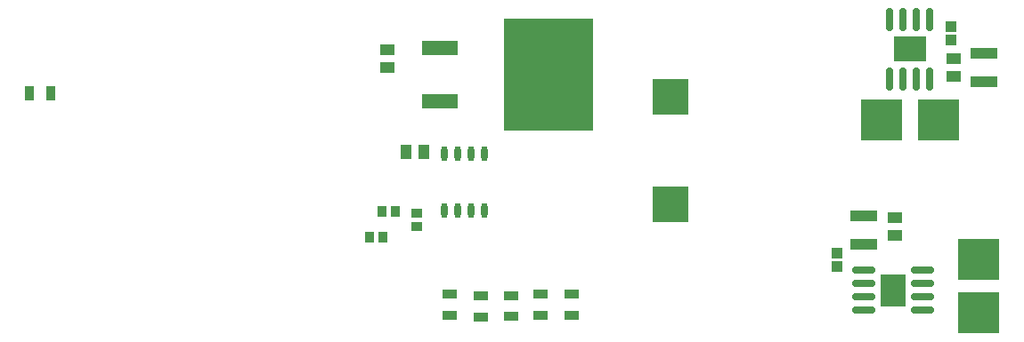
<source format=gbp>
G04*
G04 #@! TF.GenerationSoftware,Altium Limited,Altium Designer,22.5.1 (42)*
G04*
G04 Layer_Color=128*
%FSLAX44Y44*%
%MOMM*%
G71*
G04*
G04 #@! TF.SameCoordinates,CACD2641-2831-44B8-A32A-C0E418E96BB6*
G04*
G04*
G04 #@! TF.FilePolarity,Positive*
G04*
G01*
G75*
%ADD16R,1.0000X0.9000*%
%ADD18R,1.4000X1.0000*%
%ADD33R,0.9000X1.0000*%
%ADD34R,1.4500X0.9500*%
%ADD35R,3.1000X2.4000*%
G04:AMPARAMS|DCode=36|XSize=2.15mm|YSize=0.6mm|CornerRadius=0.15mm|HoleSize=0mm|Usage=FLASHONLY|Rotation=270.000|XOffset=0mm|YOffset=0mm|HoleType=Round|Shape=RoundedRectangle|*
%AMROUNDEDRECTD36*
21,1,2.1500,0.3000,0,0,270.0*
21,1,1.8500,0.6000,0,0,270.0*
1,1,0.3000,-0.1500,-0.9250*
1,1,0.3000,-0.1500,0.9250*
1,1,0.3000,0.1500,0.9250*
1,1,0.3000,0.1500,-0.9250*
%
%ADD36ROUNDEDRECTD36*%
%ADD37R,4.0000X4.0000*%
%ADD38R,2.6000X1.1000*%
%ADD39R,8.5000X10.6500*%
%ADD40R,3.5000X1.4500*%
%ADD41R,1.0000X1.1000*%
%ADD42R,0.9500X1.4500*%
%ADD43R,1.0000X1.4000*%
%ADD44O,0.6000X1.4500*%
%ADD45R,3.5000X3.5000*%
G04:AMPARAMS|DCode=46|XSize=2.15mm|YSize=0.6mm|CornerRadius=0.15mm|HoleSize=0mm|Usage=FLASHONLY|Rotation=0.000|XOffset=0mm|YOffset=0mm|HoleType=Round|Shape=RoundedRectangle|*
%AMROUNDEDRECTD46*
21,1,2.1500,0.3000,0,0,0.0*
21,1,1.8500,0.6000,0,0,0.0*
1,1,0.3000,0.9250,-0.1500*
1,1,0.3000,-0.9250,-0.1500*
1,1,0.3000,-0.9250,0.1500*
1,1,0.3000,0.9250,0.1500*
%
%ADD46ROUNDEDRECTD46*%
%ADD47R,2.4000X3.1000*%
D16*
X863600Y692300D02*
D03*
Y679300D02*
D03*
D18*
X1374220Y822168D02*
D03*
Y839167D02*
D03*
X835580Y830970D02*
D03*
Y847970D02*
D03*
X1318180Y670950D02*
D03*
Y687950D02*
D03*
D33*
X843430Y693420D02*
D03*
X830430D02*
D03*
X832000Y669290D02*
D03*
X819000D02*
D03*
D34*
X924560Y593250D02*
D03*
Y613250D02*
D03*
X1010920Y594520D02*
D03*
Y614520D02*
D03*
X981710Y594520D02*
D03*
Y614520D02*
D03*
X953616Y593404D02*
D03*
Y613404D02*
D03*
X895350Y594520D02*
D03*
Y614520D02*
D03*
D35*
X1332757Y848360D02*
D03*
D36*
X1351607Y820110D02*
D03*
X1339007D02*
D03*
X1326257D02*
D03*
X1313507D02*
D03*
X1326207Y876610D02*
D03*
X1313507D02*
D03*
X1338907D02*
D03*
X1351607D02*
D03*
D37*
X1398270Y596900D02*
D03*
X1360170Y781050D02*
D03*
X1305560D02*
D03*
X1398270Y647700D02*
D03*
D38*
X1403350Y844550D02*
D03*
Y817550D02*
D03*
X1289050Y662140D02*
D03*
Y689140D02*
D03*
D39*
X988960Y824230D02*
D03*
D40*
X885960Y849630D02*
D03*
Y798830D02*
D03*
D41*
X1371600Y869950D02*
D03*
Y856950D02*
D03*
X1263650Y641050D02*
D03*
Y654050D02*
D03*
D42*
X515460Y806450D02*
D03*
X495460D02*
D03*
D43*
X853830Y750650D02*
D03*
X870830D02*
D03*
D44*
X928370Y694110D02*
D03*
X902970D02*
D03*
X890270D02*
D03*
X928370Y748610D02*
D03*
X915670D02*
D03*
X902970D02*
D03*
X890270D02*
D03*
X915670Y694110D02*
D03*
D45*
X1104900Y700169D02*
D03*
Y802640D02*
D03*
D46*
X1288430Y637490D02*
D03*
Y624790D02*
D03*
Y599390D02*
D03*
Y612090D02*
D03*
X1344930Y599390D02*
D03*
Y612140D02*
D03*
Y624890D02*
D03*
Y637490D02*
D03*
D47*
X1316680Y618640D02*
D03*
M02*

</source>
